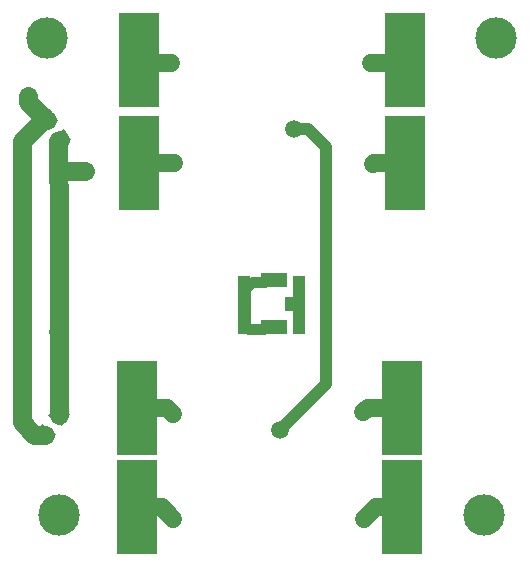
<source format=gtl>
G04 Layer: TopLayer*
G04 EasyEDA v6.3.22, 2020-01-22T11:07:26+01:00*
G04 244eb897874448418918cfb691dafd7b,6ac03ef627a24f5ab7c901ca926ad83b,10*
G04 Gerber Generator version 0.2*
G04 Scale: 100 percent, Rotated: No, Reflected: No *
G04 Dimensions in millimeters *
G04 leading zeros omitted , absolute positions ,3 integer and 3 decimal *
%FSLAX33Y33*%
%MOMM*%
G90*
G71D02*

%ADD11C,1.499997*%
%ADD12C,0.899998*%
%ADD13C,0.999998*%
%ADD14C,1.599997*%
%ADD15C,1.500022*%
%ADD16R,0.999998X4.999990*%
%ADD17R,3.499993X8.000009*%
%ADD18R,2.199996X1.199896*%
%ADD19R,1.299997X1.299997*%
%ADD21C,3.499993*%
%ADD22C,1.399997*%

%LPD*%
G54D11*
G01X31419Y45410D02*
G01X31429Y45400D01*
G01X34210Y45400D01*
G01X14719Y36950D02*
G01X14699Y36929D01*
G01X11819Y36929D01*
G01X31599Y36880D02*
G01X31650Y36930D01*
G01X34319Y36930D01*
G54D12*
G01X22484Y26886D02*
G01X21385Y26886D01*
G01X20784Y26286D01*
G01X20784Y23086D01*
G01X20984Y22886D01*
G01X22385Y22886D01*
G01X22386Y22884D01*
G54D11*
G01X14520Y45410D02*
G01X11719Y45410D01*
G01X11709Y45400D01*
G01X14709Y15670D02*
G01X14139Y16240D01*
G01X11590Y16240D01*
G01X14709Y6830D02*
G01X13729Y7810D01*
G01X11590Y7810D01*
G01X30729Y15830D02*
G01X31139Y16240D01*
G01X34089Y16240D01*
G01X30829Y6790D02*
G01X31850Y7810D01*
G01X34089Y7810D01*
G54D13*
G01X24889Y39840D02*
G01X26080Y39840D01*
G01X27609Y38310D01*
G01X27609Y18280D01*
G01X23710Y14379D01*
G54D14*
G01X5141Y38930D02*
G01X5069Y38930D01*
G01X4970Y38829D01*
G01X4977Y31680D01*
G01X4977Y31680D02*
G01X4978Y30120D01*
G01X4978Y30120D02*
G01X4991Y15610D01*
G01X3975Y40594D02*
G01X3644Y40594D01*
G01X1889Y38839D01*
G01X1889Y20701D01*
G01X1890Y20700D02*
G01X1890Y14988D01*
G01X2933Y13944D01*
G01X3825Y13944D01*
G01X4970Y38829D02*
G01X4970Y36240D01*
G01X7199Y36240D01*
G01X3974Y40594D02*
G01X3885Y40594D01*
G01X2370Y42109D01*
G01X2370Y42650D01*
G54D16*
G01X20649Y24969D03*
G01X25297Y24912D03*
G54D17*
G01X11809Y45659D03*
G01X34309Y45659D03*
G01X11819Y36929D03*
G01X34319Y36929D03*
G01X11590Y7810D03*
G01X34089Y7810D03*
G01X11590Y16240D03*
G01X34089Y16240D03*
G54D18*
G01X23189Y23050D03*
G54D19*
G01X24739Y25049D03*
G54D18*
G01X23189Y27050D03*
G36*
G01X2897Y13886D02*
G01X3563Y14836D01*
G01X4751Y14004D01*
G01X4085Y13054D01*
G01X2897Y13886D01*
G37*
G36*
G01X4063Y15550D02*
G01X4728Y16501D01*
G01X5916Y15669D01*
G01X5251Y14719D01*
G01X4063Y15550D01*
G37*
G36*
G01X4878Y38039D02*
G01X4213Y38989D01*
G01X5401Y39820D01*
G01X6066Y38870D01*
G01X4878Y38039D01*
G37*
G36*
G01X3713Y39703D02*
G01X3047Y40653D01*
G01X4235Y41485D01*
G01X4901Y40535D01*
G01X3713Y39703D01*
G37*
G54D21*
G01X3999Y47499D03*
G01X41999Y47499D03*
G01X40999Y7140D03*
G01X4999Y7140D03*
G54D22*
G01X7199Y36240D03*
G01X2369Y42650D03*
G54D15*
G01X31599Y36880D03*
G01X14720Y36949D03*
G01X14519Y45409D03*
G01X31420Y45409D03*
G01X14709Y15670D03*
G01X14709Y6830D03*
G01X30729Y15830D03*
G01X30830Y6790D03*
G01X23709Y14380D03*
G01X24889Y39840D03*
G01X4970Y22670D03*
G01X1890Y20700D03*
M00*
M02*

</source>
